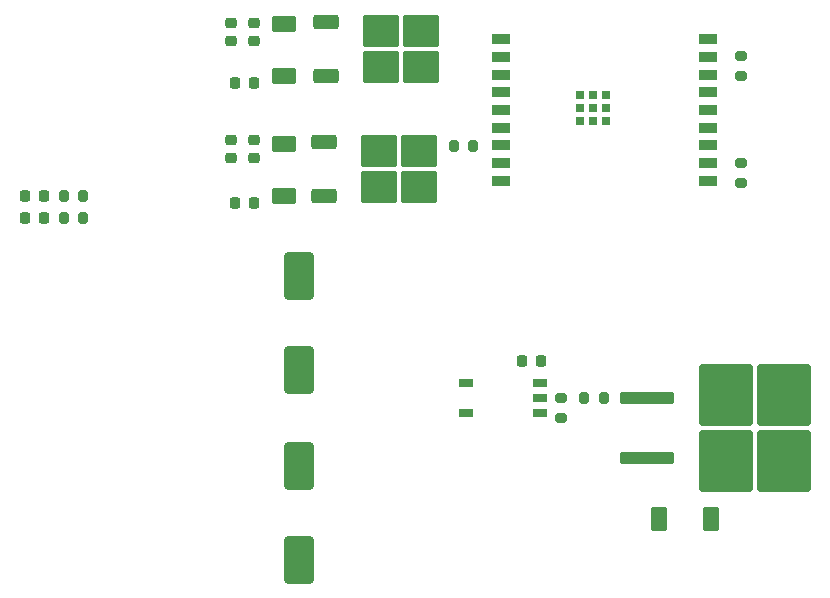
<source format=gbr>
%TF.GenerationSoftware,KiCad,Pcbnew,8.0.3*%
%TF.CreationDate,2024-08-31T13:36:08+09:00*%
%TF.ProjectId,Altair_Remote_Emergency_Stop_V1,416c7461-6972-45f5-9265-6d6f74655f45,rev?*%
%TF.SameCoordinates,Original*%
%TF.FileFunction,Paste,Top*%
%TF.FilePolarity,Positive*%
%FSLAX46Y46*%
G04 Gerber Fmt 4.6, Leading zero omitted, Abs format (unit mm)*
G04 Created by KiCad (PCBNEW 8.0.3) date 2024-08-31 13:36:08*
%MOMM*%
%LPD*%
G01*
G04 APERTURE LIST*
G04 Aperture macros list*
%AMRoundRect*
0 Rectangle with rounded corners*
0 $1 Rounding radius*
0 $2 $3 $4 $5 $6 $7 $8 $9 X,Y pos of 4 corners*
0 Add a 4 corners polygon primitive as box body*
4,1,4,$2,$3,$4,$5,$6,$7,$8,$9,$2,$3,0*
0 Add four circle primitives for the rounded corners*
1,1,$1+$1,$2,$3*
1,1,$1+$1,$4,$5*
1,1,$1+$1,$6,$7*
1,1,$1+$1,$8,$9*
0 Add four rect primitives between the rounded corners*
20,1,$1+$1,$2,$3,$4,$5,0*
20,1,$1+$1,$4,$5,$6,$7,0*
20,1,$1+$1,$6,$7,$8,$9,0*
20,1,$1+$1,$8,$9,$2,$3,0*%
G04 Aperture macros list end*
%ADD10RoundRect,0.200000X0.275000X-0.200000X0.275000X0.200000X-0.275000X0.200000X-0.275000X-0.200000X0*%
%ADD11RoundRect,0.250000X-1.000000X1.750000X-1.000000X-1.750000X1.000000X-1.750000X1.000000X1.750000X0*%
%ADD12RoundRect,0.200000X-0.200000X-0.275000X0.200000X-0.275000X0.200000X0.275000X-0.200000X0.275000X0*%
%ADD13RoundRect,0.250000X-0.800000X0.450000X-0.800000X-0.450000X0.800000X-0.450000X0.800000X0.450000X0*%
%ADD14RoundRect,0.200000X0.200000X0.275000X-0.200000X0.275000X-0.200000X-0.275000X0.200000X-0.275000X0*%
%ADD15RoundRect,0.225000X-0.250000X0.225000X-0.250000X-0.225000X0.250000X-0.225000X0.250000X0.225000X0*%
%ADD16RoundRect,0.250000X0.450000X0.800000X-0.450000X0.800000X-0.450000X-0.800000X0.450000X-0.800000X0*%
%ADD17RoundRect,0.218750X-0.218750X-0.256250X0.218750X-0.256250X0.218750X0.256250X-0.218750X0.256250X0*%
%ADD18RoundRect,0.225000X0.225000X0.250000X-0.225000X0.250000X-0.225000X-0.250000X0.225000X-0.250000X0*%
%ADD19RoundRect,0.250000X-0.850000X-0.350000X0.850000X-0.350000X0.850000X0.350000X-0.850000X0.350000X0*%
%ADD20RoundRect,0.250000X-1.275000X-1.125000X1.275000X-1.125000X1.275000X1.125000X-1.275000X1.125000X0*%
%ADD21R,0.700000X0.700000*%
%ADD22R,1.500000X0.900000*%
%ADD23RoundRect,0.250000X-2.050000X-0.300000X2.050000X-0.300000X2.050000X0.300000X-2.050000X0.300000X0*%
%ADD24RoundRect,0.250000X-2.025000X-2.375000X2.025000X-2.375000X2.025000X2.375000X-2.025000X2.375000X0*%
%ADD25R,1.200000X0.800000*%
G04 APERTURE END LIST*
D10*
%TO.C,R3*%
X164465000Y-88900000D03*
X164465000Y-87250000D03*
%TD*%
D11*
%TO.C,C9*%
X127000000Y-105855000D03*
X127000000Y-113855000D03*
%TD*%
D12*
%TO.C,R6*%
X151170000Y-116218974D03*
X152820000Y-116218974D03*
%TD*%
D13*
%TO.C,D4*%
X125730000Y-94660000D03*
X125730000Y-99060000D03*
%TD*%
D14*
%TO.C,R5*%
X141795000Y-94890385D03*
X140145000Y-94890385D03*
%TD*%
D15*
%TO.C,C4*%
X121285000Y-94335000D03*
X121285000Y-95885000D03*
%TD*%
D16*
%TO.C,D3*%
X161880000Y-126430000D03*
X157480000Y-126430000D03*
%TD*%
D17*
%TO.C,D1*%
X103835000Y-99060000D03*
X105410000Y-99060000D03*
%TD*%
D18*
%TO.C,C3*%
X123190000Y-89535000D03*
X121640000Y-89535000D03*
%TD*%
%TO.C,C6*%
X123190000Y-99695000D03*
X121640000Y-99695000D03*
%TD*%
D14*
%TO.C,R1*%
X108775000Y-99060000D03*
X107125000Y-99060000D03*
%TD*%
D18*
%TO.C,C7*%
X147505000Y-113030000D03*
X145955000Y-113030000D03*
%TD*%
D10*
%TO.C,R2*%
X164465000Y-97980000D03*
X164465000Y-96330000D03*
%TD*%
D11*
%TO.C,C8*%
X127000000Y-121920000D03*
X127000000Y-129920000D03*
%TD*%
D19*
%TO.C,U3*%
X129185000Y-94495000D03*
D20*
X133810000Y-95250000D03*
X133810000Y-98300000D03*
X137160000Y-95250000D03*
X137160000Y-98300000D03*
D19*
X129185000Y-99055000D03*
%TD*%
D10*
%TO.C,R7*%
X149225000Y-117855000D03*
X149225000Y-116205000D03*
%TD*%
D15*
%TO.C,C1*%
X123190000Y-84455000D03*
X123190000Y-86005000D03*
%TD*%
D21*
%TO.C,U1*%
X153035000Y-92710000D03*
X153035000Y-91610000D03*
X153035000Y-90510000D03*
X151935000Y-92710000D03*
X151935000Y-91610000D03*
X151935000Y-90510000D03*
X150835000Y-92710000D03*
X150835000Y-91610000D03*
X150835000Y-90510000D03*
D22*
X161645000Y-97810000D03*
X161645000Y-96310000D03*
X161645000Y-94810000D03*
X161645000Y-93310000D03*
X161645000Y-91810000D03*
X161645000Y-90310000D03*
X161645000Y-88810000D03*
X161645000Y-87310000D03*
X161645000Y-85810000D03*
X144145000Y-85810000D03*
X144145000Y-87310000D03*
X144145000Y-88810000D03*
X144145000Y-90310000D03*
X144145000Y-91810000D03*
X144145000Y-93310000D03*
X144145000Y-94810000D03*
X144145000Y-96310000D03*
X144145000Y-97810000D03*
%TD*%
D17*
%TO.C,D2*%
X103835000Y-100965000D03*
X105410000Y-100965000D03*
%TD*%
D23*
%TO.C,Q1*%
X156485000Y-116205000D03*
D24*
X163210000Y-115970000D03*
X163210000Y-121520000D03*
X168060000Y-115970000D03*
X168060000Y-121520000D03*
D23*
X156485000Y-121285000D03*
%TD*%
D19*
%TO.C,U2*%
X129360000Y-84335000D03*
D20*
X133985000Y-85090000D03*
X133985000Y-88140000D03*
X137335000Y-85090000D03*
X137335000Y-88140000D03*
D19*
X129360000Y-88895000D03*
%TD*%
D14*
%TO.C,R4*%
X108775000Y-100965000D03*
X107125000Y-100965000D03*
%TD*%
D15*
%TO.C,C5*%
X123190000Y-94335000D03*
X123190000Y-95885000D03*
%TD*%
%TO.C,C2*%
X121285000Y-84455000D03*
X121285000Y-86005000D03*
%TD*%
D25*
%TO.C,U4*%
X141180000Y-114935000D03*
X141180000Y-117475000D03*
X147480000Y-117475000D03*
X147480000Y-116205000D03*
X147480000Y-114935000D03*
%TD*%
D13*
%TO.C,D5*%
X125730000Y-84500000D03*
X125730000Y-88900000D03*
%TD*%
M02*

</source>
